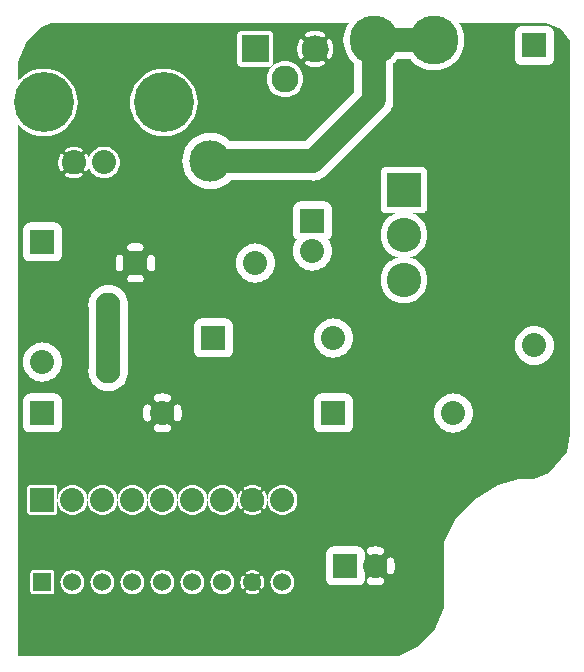
<source format=gtl>
G04 start of page 2 for group 3 layer_idx 0 *
G04 Title: (unknown), top_copper *
G04 Creator: pcb-rnd 1.2.4 *
G04 CreationDate: 2017-09-22 19:00:37 UTC *
G04 For:  *
G04 Format: Gerber/RS-274X *
G04 PCB-Dimensions: 600000 500000 *
G04 PCB-Coordinate-Origin: lower left *
%MOIN*%
%FSLAX25Y25*%
%LNTOP*%
%ADD26C,0.0320*%
%ADD25C,0.0790*%
%ADD24C,0.0400*%
%ADD23C,0.0420*%
%ADD22C,0.0730*%
%ADD21C,0.0394*%
%ADD20C,0.0472*%
%ADD19C,0.1378*%
%ADD18C,0.0828*%
%ADD17C,0.2000*%
%ADD16C,0.1630*%
%ADD15C,0.0900*%
%ADD14C,0.0600*%
%ADD13C,0.1150*%
%ADD12C,0.0800*%
%ADD11C,0.0001*%
G54D11*G36*
X405490Y386660D02*X409500D01*
X414500Y384660D01*
X417500Y380660D01*
Y249660D01*
X416500Y243660D01*
X410500Y236660D01*
X405500Y234660D01*
X405490D01*
Y272641D01*
X405500Y272640D01*
X406520Y272720D01*
X407515Y272959D01*
X408460Y273351D01*
X409332Y273885D01*
X410110Y274550D01*
X410775Y275328D01*
X411309Y276200D01*
X411701Y277145D01*
X411940Y278140D01*
X412000Y279160D01*
X411940Y280180D01*
X411701Y281175D01*
X411309Y282120D01*
X410775Y282992D01*
X410110Y283770D01*
X409332Y284435D01*
X408460Y284969D01*
X407515Y285361D01*
X406520Y285600D01*
X405500Y285680D01*
X405490Y285679D01*
Y372660D01*
X409500D01*
X409892Y372683D01*
X410275Y372775D01*
X410638Y372926D01*
X410974Y373131D01*
X411273Y373387D01*
X411529Y373686D01*
X411734Y374022D01*
X411885Y374385D01*
X411977Y374768D01*
X412000Y375160D01*
Y383160D01*
X411977Y383552D01*
X411885Y383935D01*
X411734Y384298D01*
X411529Y384634D01*
X411273Y384933D01*
X410974Y385189D01*
X410638Y385394D01*
X410275Y385545D01*
X409892Y385637D01*
X409500Y385660D01*
X405490D01*
Y386660D01*
G37*
G36*
X378490Y373195D02*X379199Y373801D01*
X380237Y375016D01*
X381072Y376378D01*
X381683Y377854D01*
X382056Y379407D01*
X382150Y381000D01*
X382056Y382593D01*
X381683Y384146D01*
X381072Y385622D01*
X380436Y386660D01*
X405490D01*
Y385660D01*
X401500D01*
X401108Y385637D01*
X400725Y385545D01*
X400362Y385394D01*
X400026Y385189D01*
X399727Y384933D01*
X399471Y384634D01*
X399266Y384298D01*
X399115Y383935D01*
X399023Y383552D01*
X399000Y383160D01*
Y375160D01*
X399023Y374768D01*
X399115Y374385D01*
X399266Y374022D01*
X399471Y373686D01*
X399727Y373387D01*
X400026Y373131D01*
X400362Y372926D01*
X400725Y372775D01*
X401108Y372683D01*
X401500Y372660D01*
X405490D01*
Y285679D01*
X404480Y285600D01*
X403485Y285361D01*
X402540Y284969D01*
X401668Y284435D01*
X400890Y283770D01*
X400225Y282992D01*
X399691Y282120D01*
X399299Y281175D01*
X399060Y280180D01*
X398980Y279160D01*
X399060Y278140D01*
X399299Y277145D01*
X399691Y276200D01*
X400225Y275328D01*
X400890Y274550D01*
X401668Y273885D01*
X402540Y273351D01*
X403485Y272959D01*
X404480Y272720D01*
X405490Y272641D01*
Y234660D01*
X400500D01*
X393500Y232660D01*
X385500Y227660D01*
X379500Y221660D01*
X378490Y219640D01*
Y250141D01*
X378500Y250140D01*
X379520Y250220D01*
X380515Y250459D01*
X381460Y250851D01*
X382332Y251385D01*
X383110Y252050D01*
X383775Y252828D01*
X384309Y253700D01*
X384701Y254645D01*
X384940Y255640D01*
X385000Y256660D01*
X384940Y257680D01*
X384701Y258675D01*
X384309Y259620D01*
X383775Y260492D01*
X383110Y261270D01*
X382332Y261935D01*
X381460Y262469D01*
X380515Y262861D01*
X379520Y263100D01*
X378500Y263180D01*
X378490Y263179D01*
Y373195D01*
G37*
G36*
X357622Y309594D02*X358471Y309073D01*
X359598Y308607D01*
X360042Y308500D01*
X359598Y308393D01*
X358471Y307927D01*
X357622Y307406D01*
Y309594D01*
G37*
G36*
Y323250D02*X359251D01*
X358471Y322927D01*
X357622Y322406D01*
Y323250D01*
G37*
G36*
Y357734D02*X357809Y358040D01*
X358201Y358985D01*
X358440Y359980D01*
X358520Y361000D01*
X358500Y361255D01*
Y373203D01*
X359199Y373801D01*
X359797Y374500D01*
X364203D01*
X364801Y373801D01*
X366016Y372763D01*
X367378Y371928D01*
X368854Y371317D01*
X370407Y370944D01*
X372000Y370819D01*
X373593Y370944D01*
X375146Y371317D01*
X376622Y371928D01*
X377984Y372763D01*
X378490Y373195D01*
Y263179D01*
X377480Y263100D01*
X376485Y262861D01*
X375540Y262469D01*
X374668Y261935D01*
X373890Y261270D01*
X373225Y260492D01*
X372691Y259620D01*
X372299Y258675D01*
X372060Y257680D01*
X371980Y256660D01*
X372060Y255640D01*
X372299Y254645D01*
X372691Y253700D01*
X373225Y252828D01*
X373890Y252050D01*
X374668Y251385D01*
X375540Y250851D01*
X376485Y250459D01*
X377480Y250220D01*
X378490Y250141D01*
Y219640D01*
X375500Y213660D01*
Y191660D01*
X372500Y184660D01*
X366500Y178660D01*
X360500Y175660D01*
X357622D01*
Y202818D01*
X357703Y202825D01*
X357894Y202872D01*
X358076Y202948D01*
X358243Y203052D01*
X358392Y203180D01*
X358519Y203330D01*
X358621Y203499D01*
X358692Y203682D01*
X358848Y204235D01*
X358949Y204800D01*
X359000Y205373D01*
Y205947D01*
X358949Y206520D01*
X358848Y207085D01*
X358698Y207640D01*
X358625Y207823D01*
X358522Y207992D01*
X358395Y208143D01*
X358245Y208271D01*
X358078Y208375D01*
X357896Y208452D01*
X357704Y208499D01*
X357622Y208506D01*
Y294594D01*
X358471Y294073D01*
X359598Y293607D01*
X360784Y293322D01*
X362000Y293226D01*
X363216Y293322D01*
X364402Y293607D01*
X365529Y294073D01*
X366569Y294711D01*
X367497Y295503D01*
X368289Y296431D01*
X368927Y297471D01*
X369393Y298598D01*
X369678Y299784D01*
X369750Y301000D01*
X369678Y302216D01*
X369393Y303402D01*
X368927Y304529D01*
X368289Y305569D01*
X367497Y306497D01*
X366569Y307289D01*
X365529Y307927D01*
X364402Y308393D01*
X363958Y308500D01*
X364402Y308607D01*
X365529Y309073D01*
X366569Y309711D01*
X367497Y310503D01*
X368289Y311431D01*
X368927Y312471D01*
X369393Y313598D01*
X369678Y314784D01*
X369750Y316000D01*
X369678Y317216D01*
X369393Y318402D01*
X368927Y319529D01*
X368289Y320569D01*
X367497Y321497D01*
X366569Y322289D01*
X365529Y322927D01*
X364749Y323250D01*
X367750D01*
X368064Y323269D01*
X368370Y323342D01*
X368661Y323462D01*
X368929Y323627D01*
X369169Y323831D01*
X369373Y324071D01*
X369538Y324339D01*
X369658Y324630D01*
X369731Y324936D01*
X369750Y325250D01*
Y336750D01*
X369731Y337064D01*
X369658Y337370D01*
X369538Y337661D01*
X369373Y337929D01*
X369169Y338169D01*
X368929Y338373D01*
X368661Y338538D01*
X368370Y338658D01*
X368064Y338731D01*
X367750Y338750D01*
X357622D01*
Y357734D01*
G37*
G36*
X352502Y352310D02*X356416Y356224D01*
X356610Y356390D01*
X357275Y357168D01*
X357622Y357734D01*
Y338750D01*
X356250D01*
X355936Y338731D01*
X355630Y338658D01*
X355339Y338538D01*
X355071Y338373D01*
X354831Y338169D01*
X354627Y337929D01*
X354462Y337661D01*
X354342Y337370D01*
X354269Y337064D01*
X354250Y336750D01*
Y325250D01*
X354269Y324936D01*
X354342Y324630D01*
X354462Y324339D01*
X354627Y324071D01*
X354831Y323831D01*
X355071Y323627D01*
X355339Y323462D01*
X355630Y323342D01*
X355936Y323269D01*
X356250Y323250D01*
X357622D01*
Y322406D01*
X357431Y322289D01*
X356503Y321497D01*
X355711Y320569D01*
X355073Y319529D01*
X354607Y318402D01*
X354322Y317216D01*
X354226Y316000D01*
X354322Y314784D01*
X354607Y313598D01*
X355073Y312471D01*
X355711Y311431D01*
X356503Y310503D01*
X357431Y309711D01*
X357622Y309594D01*
Y307406D01*
X357431Y307289D01*
X356503Y306497D01*
X355711Y305569D01*
X355073Y304529D01*
X354607Y303402D01*
X354322Y302216D01*
X354226Y301000D01*
X354322Y299784D01*
X354607Y298598D01*
X355073Y297471D01*
X355711Y296431D01*
X356503Y295503D01*
X357431Y294711D01*
X357622Y294594D01*
Y208506D01*
X357507Y208515D01*
X357310Y208501D01*
X357118Y208456D01*
X356936Y208381D01*
X356767Y208279D01*
X356616Y208151D01*
X356487Y208002D01*
X356383Y207834D01*
X356307Y207652D01*
X356260Y207461D01*
X356243Y207264D01*
X356258Y207067D01*
X356307Y206876D01*
X356403Y206536D01*
X356465Y206189D01*
X356496Y205837D01*
Y205483D01*
X356465Y205131D01*
X356403Y204784D01*
X356310Y204443D01*
X356262Y204252D01*
X356247Y204056D01*
X356264Y203860D01*
X356310Y203669D01*
X356387Y203488D01*
X356490Y203320D01*
X356619Y203171D01*
X356769Y203044D01*
X356937Y202942D01*
X357119Y202868D01*
X357311Y202823D01*
X357507Y202809D01*
X357622Y202818D01*
Y175660D01*
X352502D01*
Y199160D01*
X352787D01*
X353360Y199211D01*
X353925Y199312D01*
X354480Y199462D01*
X354663Y199535D01*
X354832Y199638D01*
X354983Y199765D01*
X355111Y199915D01*
X355215Y200082D01*
X355292Y200264D01*
X355339Y200456D01*
X355355Y200653D01*
X355341Y200850D01*
X355296Y201042D01*
X355221Y201224D01*
X355119Y201393D01*
X354991Y201544D01*
X354842Y201673D01*
X354674Y201777D01*
X354492Y201853D01*
X354301Y201900D01*
X354104Y201917D01*
X353907Y201902D01*
X353716Y201853D01*
X353376Y201757D01*
X353029Y201695D01*
X352677Y201664D01*
X352502D01*
Y209656D01*
X352677D01*
X353029Y209625D01*
X353376Y209563D01*
X353717Y209470D01*
X353908Y209422D01*
X354104Y209407D01*
X354300Y209424D01*
X354491Y209470D01*
X354672Y209547D01*
X354840Y209650D01*
X354989Y209779D01*
X355116Y209929D01*
X355218Y210097D01*
X355292Y210279D01*
X355337Y210471D01*
X355351Y210667D01*
X355335Y210863D01*
X355288Y211054D01*
X355212Y211236D01*
X355108Y211403D01*
X354980Y211552D01*
X354830Y211679D01*
X354661Y211781D01*
X354478Y211852D01*
X353925Y212008D01*
X353360Y212109D01*
X352787Y212160D01*
X352502D01*
Y352310D01*
G37*
G36*
X338490Y338298D02*X352502Y352310D01*
Y212160D01*
X352213D01*
X351640Y212109D01*
X351075Y212008D01*
X350520Y211858D01*
X350337Y211785D01*
X350168Y211682D01*
X350017Y211555D01*
X349889Y211405D01*
X349785Y211238D01*
X349708Y211056D01*
X349661Y210864D01*
X349645Y210667D01*
X349659Y210470D01*
X349704Y210278D01*
X349779Y210096D01*
X349881Y209927D01*
X350009Y209776D01*
X350158Y209647D01*
X350326Y209543D01*
X350508Y209467D01*
X350699Y209420D01*
X350896Y209403D01*
X351093Y209418D01*
X351284Y209467D01*
X351624Y209563D01*
X351971Y209625D01*
X352323Y209656D01*
X352502D01*
Y201664D01*
X352323D01*
X351971Y201695D01*
X351624Y201757D01*
X351283Y201850D01*
X351092Y201898D01*
X350896Y201913D01*
X350700Y201896D01*
X350509Y201850D01*
X350328Y201773D01*
X350160Y201670D01*
X350011Y201541D01*
X349884Y201391D01*
X349782Y201223D01*
X349708Y201041D01*
X349663Y200849D01*
X349649Y200653D01*
X349665Y200457D01*
X349712Y200266D01*
X349788Y200084D01*
X349892Y199917D01*
X350020Y199768D01*
X350170Y199641D01*
X350339Y199539D01*
X350522Y199468D01*
X351075Y199312D01*
X351640Y199211D01*
X352213Y199160D01*
X352502D01*
Y175660D01*
X338490D01*
Y199161D01*
X338500Y199160D01*
X346500D01*
X346892Y199183D01*
X347275Y199275D01*
X347638Y199426D01*
X347974Y199631D01*
X348273Y199887D01*
X348529Y200186D01*
X348734Y200522D01*
X348885Y200885D01*
X348977Y201268D01*
X349000Y201660D01*
Y209660D01*
X348977Y210052D01*
X348885Y210435D01*
X348734Y210798D01*
X348529Y211134D01*
X348273Y211433D01*
X347974Y211689D01*
X347638Y211894D01*
X347275Y212045D01*
X346892Y212137D01*
X346500Y212160D01*
X338500D01*
X338490Y212159D01*
Y250160D01*
X342500D01*
X342892Y250183D01*
X343275Y250275D01*
X343638Y250426D01*
X343974Y250631D01*
X344273Y250887D01*
X344529Y251186D01*
X344734Y251522D01*
X344885Y251885D01*
X344977Y252268D01*
X345000Y252660D01*
Y260660D01*
X344977Y261052D01*
X344885Y261435D01*
X344734Y261798D01*
X344529Y262134D01*
X344273Y262433D01*
X343974Y262689D01*
X343638Y262894D01*
X343275Y263045D01*
X342892Y263137D01*
X342500Y263160D01*
X338490D01*
Y275141D01*
X338500Y275140D01*
X339520Y275220D01*
X340515Y275459D01*
X341460Y275851D01*
X342332Y276385D01*
X343110Y277050D01*
X343775Y277828D01*
X344309Y278700D01*
X344701Y279645D01*
X344940Y280640D01*
X345000Y281660D01*
X344940Y282680D01*
X344701Y283675D01*
X344309Y284620D01*
X343775Y285492D01*
X343110Y286270D01*
X342332Y286935D01*
X341460Y287469D01*
X340515Y287861D01*
X339520Y288100D01*
X338500Y288180D01*
X338490Y288179D01*
Y338298D01*
G37*
G36*
Y386660D02*X343564D01*
X342928Y385622D01*
X342317Y384146D01*
X341944Y382593D01*
X341819Y381000D01*
X341944Y379407D01*
X342317Y377854D01*
X342928Y376378D01*
X343763Y375016D01*
X344801Y373801D01*
X345500Y373204D01*
Y363692D01*
X338490Y356682D01*
Y386660D01*
G37*
G36*
X331490Y334153D02*X331660Y334140D01*
X332680Y334220D01*
X332680Y334220D01*
X333675Y334459D01*
X334620Y334851D01*
X335492Y335385D01*
X336270Y336050D01*
X336436Y336244D01*
X338490Y338298D01*
Y288179D01*
X337480Y288100D01*
X336485Y287861D01*
X335540Y287469D01*
X334668Y286935D01*
X333890Y286270D01*
X333225Y285492D01*
X332691Y284620D01*
X332299Y283675D01*
X332060Y282680D01*
X331980Y281660D01*
X332060Y280640D01*
X332299Y279645D01*
X332691Y278700D01*
X333225Y277828D01*
X333890Y277050D01*
X334668Y276385D01*
X335540Y275851D01*
X336485Y275459D01*
X337480Y275220D01*
X338490Y275141D01*
Y263160D01*
X334500D01*
X334108Y263137D01*
X333725Y263045D01*
X333362Y262894D01*
X333026Y262689D01*
X332727Y262433D01*
X332471Y262134D01*
X332266Y261798D01*
X332115Y261435D01*
X332023Y261052D01*
X332000Y260660D01*
Y252660D01*
X332023Y252268D01*
X332115Y251885D01*
X332266Y251522D01*
X332471Y251186D01*
X332727Y250887D01*
X333026Y250631D01*
X333362Y250426D01*
X333725Y250275D01*
X334108Y250183D01*
X334500Y250160D01*
X338490D01*
Y212159D01*
X338108Y212137D01*
X337725Y212045D01*
X337362Y211894D01*
X337026Y211689D01*
X336727Y211433D01*
X336471Y211134D01*
X336266Y210798D01*
X336115Y210435D01*
X336023Y210052D01*
X336000Y209660D01*
Y201660D01*
X336023Y201268D01*
X336115Y200885D01*
X336266Y200522D01*
X336471Y200186D01*
X336727Y199887D01*
X337026Y199631D01*
X337362Y199426D01*
X337725Y199275D01*
X338108Y199183D01*
X338490Y199161D01*
Y175660D01*
X331490D01*
Y304141D01*
X331500Y304140D01*
X332520Y304220D01*
X333515Y304459D01*
X334460Y304851D01*
X335332Y305385D01*
X336110Y306050D01*
X336775Y306828D01*
X337309Y307700D01*
X337701Y308645D01*
X337940Y309640D01*
X338000Y310660D01*
X337940Y311680D01*
X337701Y312675D01*
X337309Y313620D01*
X336775Y314492D01*
X336765Y314503D01*
X336974Y314631D01*
X337273Y314887D01*
X337529Y315186D01*
X337734Y315522D01*
X337885Y315885D01*
X337977Y316268D01*
X338000Y316660D01*
Y324660D01*
X337977Y325052D01*
X337885Y325435D01*
X337734Y325798D01*
X337529Y326134D01*
X337273Y326433D01*
X336974Y326689D01*
X336638Y326894D01*
X336275Y327045D01*
X335892Y327137D01*
X335500Y327160D01*
X331490D01*
Y334153D01*
G37*
G36*
X337313Y386660D02*X338490D01*
Y356682D01*
X337313Y355505D01*
Y374802D01*
X337317Y374804D01*
X337420Y374863D01*
X337512Y374937D01*
X337591Y375025D01*
X337653Y375125D01*
X337898Y375612D01*
X338092Y376122D01*
X338239Y376647D01*
X338337Y377184D01*
X338387Y377727D01*
Y378272D01*
X338337Y378816D01*
X338239Y379352D01*
X338092Y379877D01*
X337898Y380387D01*
X337659Y380877D01*
X337595Y380977D01*
X337515Y381065D01*
X337422Y381140D01*
X337319Y381199D01*
X337313Y381202D01*
Y386660D01*
G37*
G36*
X331490D02*X337313D01*
Y381202D01*
X337208Y381241D01*
X337092Y381266D01*
X336973Y381272D01*
X336855Y381259D01*
X336741Y381228D01*
X336632Y381179D01*
X336533Y381115D01*
X336445Y381035D01*
X336370Y380942D01*
X336311Y380839D01*
X336269Y380728D01*
X336244Y380612D01*
X336238Y380494D01*
X336251Y380375D01*
X336282Y380261D01*
X336333Y380153D01*
X336516Y379788D01*
X336661Y379406D01*
X336771Y379013D01*
X336845Y378611D01*
X336882Y378204D01*
Y377795D01*
X336845Y377388D01*
X336771Y376986D01*
X336661Y376593D01*
X336516Y376211D01*
X336337Y375843D01*
X336286Y375737D01*
X336256Y375623D01*
X336243Y375505D01*
X336249Y375388D01*
X336273Y375272D01*
X336315Y375162D01*
X336374Y375059D01*
X336448Y374967D01*
X336536Y374888D01*
X336635Y374824D01*
X336742Y374775D01*
X336856Y374745D01*
X336974Y374732D01*
X337092Y374738D01*
X337207Y374762D01*
X337313Y374802D01*
Y355505D01*
X331490Y349682D01*
Y372064D01*
X331571Y372049D01*
X332114Y372000D01*
X332660D01*
X333203Y372049D01*
X333739Y372148D01*
X334265Y372294D01*
X334775Y372488D01*
X335265Y372728D01*
X335365Y372792D01*
X335453Y372872D01*
X335527Y372964D01*
X335586Y373067D01*
X335629Y373178D01*
X335653Y373294D01*
X335659Y373413D01*
X335646Y373531D01*
X335615Y373646D01*
X335567Y373754D01*
X335502Y373854D01*
X335422Y373942D01*
X335330Y374016D01*
X335227Y374075D01*
X335116Y374118D01*
X335000Y374142D01*
X334881Y374148D01*
X334763Y374135D01*
X334648Y374104D01*
X334541Y374054D01*
X334176Y373870D01*
X333794Y373725D01*
X333400Y373615D01*
X332998Y373541D01*
X332591Y373504D01*
X332183D01*
X331776Y373541D01*
X331490Y373594D01*
Y382405D01*
X331776Y382458D01*
X332183Y382495D01*
X332591D01*
X332998Y382458D01*
X333400Y382384D01*
X333794Y382274D01*
X334176Y382129D01*
X334543Y381949D01*
X334650Y381899D01*
X334764Y381868D01*
X334881Y381856D01*
X334999Y381862D01*
X335114Y381886D01*
X335225Y381928D01*
X335327Y381987D01*
X335419Y382061D01*
X335498Y382148D01*
X335563Y382247D01*
X335611Y382355D01*
X335642Y382469D01*
X335654Y382586D01*
X335649Y382704D01*
X335624Y382820D01*
X335582Y382930D01*
X335523Y383032D01*
X335449Y383124D01*
X335362Y383203D01*
X335262Y383266D01*
X334775Y383511D01*
X334265Y383705D01*
X333739Y383851D01*
X333203Y383950D01*
X332660Y384000D01*
X332114D01*
X331571Y383950D01*
X331490Y383935D01*
Y386660D01*
G37*
G36*
X321495Y334160D02*X331405D01*
X331490Y334153D01*
Y327160D01*
X327500D01*
X327108Y327137D01*
X326725Y327045D01*
X326362Y326894D01*
X326026Y326689D01*
X325727Y326433D01*
X325471Y326134D01*
X325266Y325798D01*
X325115Y325435D01*
X325023Y325052D01*
X325000Y324660D01*
Y316660D01*
X325023Y316268D01*
X325115Y315885D01*
X325266Y315522D01*
X325471Y315186D01*
X325727Y314887D01*
X326026Y314631D01*
X326235Y314503D01*
X326225Y314492D01*
X325691Y313620D01*
X325299Y312675D01*
X325060Y311680D01*
X324980Y310660D01*
X325060Y309640D01*
X325299Y308645D01*
X325691Y307700D01*
X326225Y306828D01*
X326890Y306050D01*
X327668Y305385D01*
X328540Y304851D01*
X329485Y304459D01*
X330480Y304220D01*
X331490Y304141D01*
Y175660D01*
X321495D01*
Y196261D01*
X321501Y196261D01*
X322129Y196310D01*
X322741Y196457D01*
X323323Y196698D01*
X323860Y197027D01*
X324338Y197436D01*
X324747Y197915D01*
X325076Y198452D01*
X325317Y199033D01*
X325464Y199645D01*
X325501Y200273D01*
X325464Y200901D01*
X325317Y201513D01*
X325076Y202095D01*
X324747Y202632D01*
X324338Y203110D01*
X323860Y203519D01*
X323323Y203848D01*
X322741Y204089D01*
X322129Y204236D01*
X321501Y204285D01*
X321495Y204285D01*
Y222645D01*
X321500Y222645D01*
X322285Y222706D01*
X323050Y222890D01*
X323777Y223191D01*
X324448Y223602D01*
X325046Y224114D01*
X325558Y224712D01*
X325969Y225383D01*
X326270Y226110D01*
X326454Y226875D01*
X326500Y227660D01*
X326454Y228445D01*
X326270Y229210D01*
X325969Y229937D01*
X325558Y230608D01*
X325046Y231206D01*
X324448Y231718D01*
X323777Y232129D01*
X323050Y232430D01*
X322285Y232614D01*
X321500Y232675D01*
X321495Y232675D01*
Y334160D01*
G37*
G36*
X314785D02*X321495D01*
Y232675D01*
X320715Y232614D01*
X319950Y232430D01*
X319223Y232129D01*
X318552Y231718D01*
X317954Y231206D01*
X317442Y230608D01*
X317031Y229937D01*
X316730Y229210D01*
X316546Y228445D01*
X316498Y227827D01*
X316483Y228129D01*
X316418Y228594D01*
X316308Y229051D01*
X316157Y229495D01*
X315964Y229924D01*
X315732Y230332D01*
X315685Y230396D01*
X315628Y230452D01*
X315564Y230497D01*
X315492Y230532D01*
X315417Y230556D01*
X315338Y230567D01*
X315259Y230566D01*
X315180Y230553D01*
X315105Y230527D01*
X315035Y230490D01*
X314971Y230443D01*
X314916Y230386D01*
X314870Y230321D01*
X314835Y230250D01*
X314812Y230174D01*
X314800Y230095D01*
X314801Y230016D01*
X314815Y229938D01*
X314840Y229863D01*
X314879Y229793D01*
X315068Y229469D01*
X315221Y229127D01*
X315342Y228772D01*
X315430Y228406D01*
X315482Y228035D01*
X315500Y227660D01*
X315482Y227285D01*
X315430Y226914D01*
X315342Y226548D01*
X315221Y226193D01*
X315068Y225851D01*
X314882Y225525D01*
X314844Y225456D01*
X314819Y225381D01*
X314806Y225304D01*
X314805Y225225D01*
X314816Y225147D01*
X314839Y225072D01*
X314874Y225001D01*
X314919Y224937D01*
X314974Y224881D01*
X315037Y224833D01*
X315107Y224797D01*
X315181Y224772D01*
X315259Y224758D01*
X315338Y224757D01*
X315416Y224768D01*
X315491Y224792D01*
X315561Y224826D01*
X315626Y224872D01*
X315682Y224927D01*
X315728Y224991D01*
X315964Y225396D01*
X316157Y225825D01*
X316308Y226269D01*
X316418Y226726D01*
X316483Y227191D01*
X316498Y227493D01*
X316546Y226875D01*
X316730Y226110D01*
X317031Y225383D01*
X317442Y224712D01*
X317954Y224114D01*
X318552Y223602D01*
X319223Y223191D01*
X319950Y222890D01*
X320715Y222706D01*
X321495Y222645D01*
Y204285D01*
X320873Y204236D01*
X320261Y204089D01*
X319680Y203848D01*
X319143Y203519D01*
X318664Y203110D01*
X318255Y202632D01*
X317926Y202095D01*
X317685Y201513D01*
X317538Y200901D01*
X317489Y200273D01*
X317538Y199645D01*
X317685Y199033D01*
X317926Y198452D01*
X318255Y197915D01*
X318664Y197436D01*
X319143Y197027D01*
X319680Y196698D01*
X320261Y196457D01*
X320873Y196310D01*
X321495Y196261D01*
Y175660D01*
X314785D01*
Y198142D01*
X314788Y198143D01*
X314856Y198182D01*
X314918Y198232D01*
X314970Y198290D01*
X315012Y198357D01*
X315175Y198681D01*
X315305Y199021D01*
X315402Y199371D01*
X315468Y199729D01*
X315501Y200091D01*
Y200455D01*
X315468Y200817D01*
X315402Y201175D01*
X315305Y201525D01*
X315175Y201865D01*
X315016Y202192D01*
X314973Y202258D01*
X314920Y202317D01*
X314858Y202367D01*
X314789Y202406D01*
X314785Y202408D01*
Y300571D01*
X315460Y300851D01*
X316332Y301385D01*
X317110Y302050D01*
X317775Y302828D01*
X318309Y303700D01*
X318701Y304645D01*
X318940Y305640D01*
X319000Y306660D01*
X318940Y307680D01*
X318701Y308675D01*
X318309Y309620D01*
X317775Y310492D01*
X317110Y311270D01*
X316332Y311935D01*
X315460Y312469D01*
X314785Y312749D01*
Y334160D01*
G37*
G36*
Y175660D02*X312490D01*
Y196396D01*
X312753Y196470D01*
X313093Y196599D01*
X313420Y196759D01*
X313486Y196801D01*
X313545Y196855D01*
X313595Y196916D01*
X313634Y196985D01*
X313662Y197059D01*
X313679Y197136D01*
X313683Y197215D01*
X313674Y197294D01*
X313653Y197371D01*
X313621Y197443D01*
X313578Y197509D01*
X313525Y197568D01*
X313463Y197618D01*
X313394Y197657D01*
X313320Y197685D01*
X313243Y197702D01*
X313164Y197706D01*
X313085Y197697D01*
X313009Y197676D01*
X312937Y197643D01*
X312694Y197520D01*
X312490Y197443D01*
Y203103D01*
X312694Y203026D01*
X312939Y202906D01*
X313010Y202873D01*
X313086Y202852D01*
X313164Y202844D01*
X313242Y202848D01*
X313319Y202864D01*
X313393Y202892D01*
X313461Y202931D01*
X313523Y202981D01*
X313575Y203039D01*
X313618Y203105D01*
X313651Y203177D01*
X313671Y203253D01*
X313679Y203331D01*
X313676Y203410D01*
X313659Y203487D01*
X313631Y203560D01*
X313592Y203628D01*
X313543Y203690D01*
X313484Y203742D01*
X313418Y203784D01*
X313093Y203947D01*
X312753Y204077D01*
X312490Y204150D01*
Y222756D01*
X312891Y222852D01*
X313335Y223003D01*
X313764Y223196D01*
X314172Y223428D01*
X314236Y223475D01*
X314292Y223532D01*
X314337Y223596D01*
X314372Y223668D01*
X314396Y223743D01*
X314407Y223822D01*
X314406Y223901D01*
X314393Y223980D01*
X314367Y224055D01*
X314330Y224125D01*
X314283Y224189D01*
X314226Y224244D01*
X314161Y224290D01*
X314090Y224325D01*
X314014Y224348D01*
X313935Y224360D01*
X313856Y224359D01*
X313778Y224345D01*
X313703Y224320D01*
X313633Y224281D01*
X313309Y224092D01*
X312967Y223939D01*
X312612Y223818D01*
X312490Y223788D01*
Y231532D01*
X312612Y231502D01*
X312967Y231381D01*
X313309Y231228D01*
X313635Y231042D01*
X313704Y231004D01*
X313779Y230979D01*
X313856Y230966D01*
X313935Y230965D01*
X314013Y230976D01*
X314088Y230999D01*
X314159Y231034D01*
X314223Y231079D01*
X314279Y231134D01*
X314327Y231197D01*
X314363Y231267D01*
X314388Y231341D01*
X314402Y231419D01*
X314403Y231498D01*
X314392Y231576D01*
X314368Y231651D01*
X314334Y231721D01*
X314288Y231786D01*
X314233Y231842D01*
X314169Y231888D01*
X313764Y232124D01*
X313335Y232317D01*
X312891Y232468D01*
X312490Y232564D01*
Y300141D01*
X312500Y300140D01*
X313520Y300220D01*
X314515Y300459D01*
X314785Y300571D01*
Y202408D01*
X314715Y202434D01*
X314638Y202451D01*
X314559Y202455D01*
X314480Y202446D01*
X314404Y202425D01*
X314331Y202393D01*
X314265Y202350D01*
X314206Y202297D01*
X314157Y202235D01*
X314117Y202166D01*
X314089Y202092D01*
X314073Y202015D01*
X314069Y201936D01*
X314077Y201857D01*
X314098Y201781D01*
X314132Y201709D01*
X314254Y201466D01*
X314351Y201211D01*
X314424Y200949D01*
X314473Y200681D01*
X314498Y200409D01*
Y200137D01*
X314473Y199866D01*
X314424Y199598D01*
X314351Y199335D01*
X314254Y199081D01*
X314134Y198836D01*
X314101Y198765D01*
X314080Y198689D01*
X314072Y198610D01*
X314076Y198532D01*
X314092Y198455D01*
X314120Y198381D01*
X314159Y198313D01*
X314209Y198252D01*
X314267Y198199D01*
X314333Y198156D01*
X314405Y198124D01*
X314481Y198103D01*
X314559Y198095D01*
X314638Y198099D01*
X314715Y198115D01*
X314785Y198142D01*
Y175660D01*
G37*
G36*
X312490Y334160D02*X314785D01*
Y312749D01*
X314515Y312861D01*
X313520Y313100D01*
X312500Y313180D01*
X312490Y313179D01*
Y334160D01*
G37*
G36*
X327461Y386660D02*X331490D01*
Y383935D01*
X331034Y383851D01*
X330509Y383705D01*
X329999Y383511D01*
X329509Y383271D01*
X329409Y383207D01*
X329321Y383127D01*
X329247Y383035D01*
X329187Y382932D01*
X329145Y382821D01*
X329121Y382705D01*
X329115Y382586D01*
X329127Y382468D01*
X329158Y382353D01*
X329207Y382245D01*
X329272Y382145D01*
X329352Y382057D01*
X329444Y381983D01*
X329547Y381924D01*
X329658Y381881D01*
X329774Y381857D01*
X329893Y381851D01*
X330011Y381864D01*
X330126Y381895D01*
X330233Y381945D01*
X330598Y382129D01*
X330980Y382274D01*
X331374Y382384D01*
X331490Y382405D01*
Y373594D01*
X331374Y373615D01*
X330980Y373725D01*
X330598Y373870D01*
X330231Y374050D01*
X330124Y374100D01*
X330010Y374131D01*
X329893Y374143D01*
X329775Y374138D01*
X329659Y374113D01*
X329549Y374071D01*
X329447Y374012D01*
X329355Y373938D01*
X329276Y373851D01*
X329211Y373752D01*
X329163Y373644D01*
X329132Y373530D01*
X329119Y373413D01*
X329125Y373295D01*
X329150Y373179D01*
X329192Y373069D01*
X329250Y372967D01*
X329325Y372875D01*
X329412Y372796D01*
X329512Y372733D01*
X329999Y372488D01*
X330509Y372294D01*
X331034Y372148D01*
X331490Y372064D01*
Y349682D01*
X328968Y347160D01*
X327461D01*
Y364797D01*
X327749Y365267D01*
X328111Y366140D01*
X328331Y367058D01*
X328387Y368000D01*
X328331Y368941D01*
X328111Y369859D01*
X327749Y370732D01*
X327461Y371202D01*
Y374797D01*
X327565Y374758D01*
X327682Y374733D01*
X327800Y374727D01*
X327918Y374740D01*
X328033Y374771D01*
X328142Y374820D01*
X328241Y374885D01*
X328329Y374964D01*
X328404Y375057D01*
X328463Y375160D01*
X328505Y375271D01*
X328530Y375387D01*
X328535Y375506D01*
X328523Y375624D01*
X328492Y375738D01*
X328441Y375846D01*
X328258Y376211D01*
X328112Y376593D01*
X328002Y376986D01*
X327929Y377388D01*
X327892Y377795D01*
Y378204D01*
X327929Y378611D01*
X328002Y379013D01*
X328112Y379406D01*
X328258Y379788D01*
X328437Y380156D01*
X328487Y380262D01*
X328518Y380376D01*
X328531Y380494D01*
X328525Y380612D01*
X328501Y380727D01*
X328459Y380837D01*
X328400Y380940D01*
X328326Y381032D01*
X328238Y381111D01*
X328139Y381175D01*
X328032Y381224D01*
X327918Y381254D01*
X327800Y381267D01*
X327682Y381261D01*
X327567Y381237D01*
X327461Y381197D01*
Y386660D01*
G37*
G36*
Y347160D02*X322378D01*
Y361982D01*
X322387Y361981D01*
X323328Y362055D01*
X324247Y362276D01*
X325119Y362637D01*
X325924Y363130D01*
X326643Y363744D01*
X327256Y364462D01*
X327461Y364797D01*
Y347160D01*
G37*
G36*
X322378Y386660D02*X327461D01*
Y381197D01*
X327456Y381195D01*
X327354Y381136D01*
X327262Y381062D01*
X327183Y380974D01*
X327121Y380874D01*
X326876Y380387D01*
X326682Y379877D01*
X326535Y379352D01*
X326436Y378816D01*
X326387Y378272D01*
Y377727D01*
X326436Y377184D01*
X326535Y376647D01*
X326682Y376122D01*
X326876Y375612D01*
X327115Y375122D01*
X327179Y375022D01*
X327259Y374934D01*
X327351Y374859D01*
X327454Y374800D01*
X327461Y374797D01*
Y371202D01*
X327256Y371537D01*
X326643Y372255D01*
X325924Y372869D01*
X325119Y373362D01*
X324247Y373723D01*
X323328Y373944D01*
X322387Y374018D01*
X322378Y374017D01*
Y386660D01*
G37*
G36*
X312490D02*X322378D01*
Y374017D01*
X321445Y373944D01*
X320527Y373723D01*
X319655Y373362D01*
X318849Y372869D01*
X318131Y372255D01*
X317518Y371537D01*
X317024Y370732D01*
X316663Y369859D01*
X316442Y368941D01*
X316368Y368000D01*
X316442Y367058D01*
X316663Y366140D01*
X317024Y365267D01*
X317518Y364462D01*
X318131Y363744D01*
X318849Y363130D01*
X319655Y362637D01*
X320527Y362276D01*
X321445Y362055D01*
X322378Y361982D01*
Y347160D01*
X312490D01*
Y372000D01*
X316887D01*
X317122Y372013D01*
X317352Y372069D01*
X317570Y372159D01*
X317771Y372282D01*
X317951Y372436D01*
X318104Y372615D01*
X318228Y372816D01*
X318318Y373035D01*
X318373Y373264D01*
X318387Y373500D01*
Y382500D01*
X318373Y382735D01*
X318318Y382964D01*
X318228Y383183D01*
X318104Y383384D01*
X317951Y383563D01*
X317771Y383717D01*
X317570Y383840D01*
X317352Y383931D01*
X317122Y383986D01*
X316887Y384000D01*
X312490D01*
Y386660D01*
G37*
G36*
X308217Y301770D02*X308668Y301385D01*
X309540Y300851D01*
X310485Y300459D01*
X311480Y300220D01*
X312490Y300141D01*
Y232564D01*
X312434Y232578D01*
X311969Y232643D01*
X311500Y232666D01*
X311031Y232643D01*
X310566Y232578D01*
X310109Y232468D01*
X309665Y232317D01*
X309236Y232124D01*
X308828Y231892D01*
X308764Y231845D01*
X308708Y231788D01*
X308663Y231724D01*
X308628Y231652D01*
X308604Y231577D01*
X308593Y231498D01*
X308594Y231419D01*
X308607Y231340D01*
X308633Y231265D01*
X308670Y231195D01*
X308717Y231131D01*
X308774Y231076D01*
X308839Y231030D01*
X308910Y230995D01*
X308986Y230972D01*
X309065Y230960D01*
X309144Y230961D01*
X309222Y230975D01*
X309297Y231000D01*
X309367Y231039D01*
X309691Y231228D01*
X310033Y231381D01*
X310388Y231502D01*
X310754Y231590D01*
X311125Y231642D01*
X311500Y231660D01*
X311875Y231642D01*
X312246Y231590D01*
X312490Y231532D01*
Y223788D01*
X312246Y223730D01*
X311875Y223678D01*
X311500Y223660D01*
X311125Y223678D01*
X310754Y223730D01*
X310388Y223818D01*
X310033Y223939D01*
X309691Y224092D01*
X309364Y224278D01*
X309296Y224316D01*
X309221Y224341D01*
X309144Y224354D01*
X309065Y224355D01*
X308987Y224344D01*
X308912Y224321D01*
X308841Y224286D01*
X308777Y224241D01*
X308721Y224186D01*
X308673Y224123D01*
X308637Y224053D01*
X308612Y223979D01*
X308598Y223901D01*
X308597Y223822D01*
X308608Y223744D01*
X308632Y223669D01*
X308666Y223599D01*
X308712Y223534D01*
X308767Y223478D01*
X308831Y223432D01*
X309236Y223196D01*
X309665Y223003D01*
X310109Y222852D01*
X310566Y222742D01*
X311031Y222677D01*
X311500Y222654D01*
X311969Y222677D01*
X312434Y222742D01*
X312490Y222756D01*
Y204150D01*
X312403Y204174D01*
X312045Y204240D01*
X311683Y204273D01*
X311319D01*
X310957Y204240D01*
X310599Y204174D01*
X310249Y204077D01*
X309909Y203947D01*
X309583Y203788D01*
X309516Y203745D01*
X309457Y203692D01*
X309408Y203630D01*
X309368Y203561D01*
X309340Y203487D01*
X309324Y203410D01*
X309320Y203331D01*
X309328Y203252D01*
X309349Y203176D01*
X309381Y203103D01*
X309424Y203037D01*
X309478Y202978D01*
X309539Y202929D01*
X309608Y202889D01*
X309682Y202861D01*
X309759Y202845D01*
X309838Y202841D01*
X309917Y202849D01*
X309994Y202870D01*
X310065Y202904D01*
X310308Y203026D01*
X310563Y203123D01*
X310826Y203196D01*
X311094Y203245D01*
X311365Y203270D01*
X311637D01*
X311909Y203245D01*
X312177Y203196D01*
X312439Y203123D01*
X312490Y203103D01*
Y197443D01*
X312439Y197424D01*
X312177Y197350D01*
X311909Y197301D01*
X311637Y197276D01*
X311365D01*
X311094Y197301D01*
X310826Y197350D01*
X310563Y197424D01*
X310308Y197520D01*
X310064Y197640D01*
X309993Y197673D01*
X309917Y197694D01*
X309838Y197702D01*
X309760Y197698D01*
X309683Y197682D01*
X309609Y197654D01*
X309541Y197615D01*
X309480Y197566D01*
X309427Y197507D01*
X309384Y197441D01*
X309352Y197370D01*
X309331Y197294D01*
X309323Y197215D01*
X309327Y197137D01*
X309343Y197060D01*
X309371Y196986D01*
X309410Y196918D01*
X309460Y196857D01*
X309518Y196804D01*
X309585Y196762D01*
X309909Y196599D01*
X310249Y196470D01*
X310599Y196372D01*
X310957Y196306D01*
X311319Y196273D01*
X311683D01*
X312045Y196306D01*
X312403Y196372D01*
X312490Y196396D01*
Y175660D01*
X308217D01*
Y198138D01*
X308287Y198112D01*
X308364Y198096D01*
X308443Y198092D01*
X308522Y198100D01*
X308599Y198121D01*
X308671Y198153D01*
X308737Y198196D01*
X308796Y198250D01*
X308846Y198311D01*
X308885Y198380D01*
X308913Y198454D01*
X308930Y198531D01*
X308933Y198610D01*
X308925Y198689D01*
X308904Y198766D01*
X308871Y198837D01*
X308748Y199081D01*
X308652Y199335D01*
X308578Y199598D01*
X308529Y199866D01*
X308504Y200137D01*
Y200409D01*
X308529Y200681D01*
X308578Y200949D01*
X308652Y201211D01*
X308748Y201466D01*
X308868Y201711D01*
X308901Y201782D01*
X308922Y201858D01*
X308930Y201936D01*
X308926Y202014D01*
X308910Y202092D01*
X308882Y202165D01*
X308843Y202233D01*
X308794Y202295D01*
X308735Y202347D01*
X308669Y202390D01*
X308598Y202423D01*
X308522Y202443D01*
X308443Y202451D01*
X308365Y202448D01*
X308288Y202431D01*
X308217Y202405D01*
Y301770D01*
G37*
G36*
Y334160D02*X312490D01*
Y313179D01*
X311480Y313100D01*
X310485Y312861D01*
X309540Y312469D01*
X308668Y311935D01*
X308217Y311550D01*
Y334160D01*
G37*
G36*
X298500Y331320D02*X298973Y331357D01*
X300411Y331702D01*
X301776Y332268D01*
X303036Y333040D01*
X304160Y334000D01*
X304297Y334160D01*
X308217D01*
Y311550D01*
X307890Y311270D01*
X307225Y310492D01*
X306691Y309620D01*
X306299Y308675D01*
X306060Y307680D01*
X305980Y306660D01*
X306060Y305640D01*
X306299Y304645D01*
X306691Y303700D01*
X307225Y302828D01*
X307890Y302050D01*
X308217Y301770D01*
Y202405D01*
X308214Y202403D01*
X308146Y202364D01*
X308085Y202315D01*
X308032Y202256D01*
X307990Y202190D01*
X307827Y201865D01*
X307698Y201525D01*
X307600Y201175D01*
X307534Y200817D01*
X307501Y200455D01*
Y200091D01*
X307534Y199729D01*
X307600Y199371D01*
X307698Y199021D01*
X307827Y198681D01*
X307987Y198355D01*
X308029Y198288D01*
X308082Y198229D01*
X308144Y198180D01*
X308213Y198140D01*
X308217Y198138D01*
Y175660D01*
X298500D01*
Y197628D01*
X298664Y197436D01*
X299143Y197027D01*
X299680Y196698D01*
X300261Y196457D01*
X300873Y196310D01*
X301501Y196261D01*
X302129Y196310D01*
X302741Y196457D01*
X303323Y196698D01*
X303860Y197027D01*
X304338Y197436D01*
X304747Y197915D01*
X305076Y198452D01*
X305317Y199033D01*
X305464Y199645D01*
X305501Y200273D01*
X305464Y200901D01*
X305317Y201513D01*
X305076Y202095D01*
X304747Y202632D01*
X304338Y203110D01*
X303860Y203519D01*
X303323Y203848D01*
X302741Y204089D01*
X302129Y204236D01*
X301501Y204285D01*
X300873Y204236D01*
X300261Y204089D01*
X299680Y203848D01*
X299143Y203519D01*
X298664Y203110D01*
X298500Y202918D01*
Y223647D01*
X298552Y223602D01*
X299223Y223191D01*
X299950Y222890D01*
X300715Y222706D01*
X301500Y222645D01*
X302285Y222706D01*
X303050Y222890D01*
X303777Y223191D01*
X304448Y223602D01*
X305046Y224114D01*
X305558Y224712D01*
X305969Y225383D01*
X306270Y226110D01*
X306454Y226875D01*
X306497Y227608D01*
X306517Y227191D01*
X306582Y226726D01*
X306692Y226269D01*
X306843Y225825D01*
X307036Y225396D01*
X307268Y224988D01*
X307315Y224924D01*
X307372Y224868D01*
X307436Y224823D01*
X307508Y224788D01*
X307583Y224764D01*
X307662Y224753D01*
X307741Y224754D01*
X307820Y224767D01*
X307895Y224793D01*
X307965Y224830D01*
X308029Y224877D01*
X308084Y224934D01*
X308130Y224999D01*
X308165Y225070D01*
X308188Y225146D01*
X308200Y225225D01*
X308199Y225304D01*
X308185Y225382D01*
X308160Y225457D01*
X308121Y225527D01*
X307932Y225851D01*
X307779Y226193D01*
X307658Y226548D01*
X307570Y226914D01*
X307518Y227285D01*
X307500Y227660D01*
X307518Y228035D01*
X307570Y228406D01*
X307658Y228772D01*
X307779Y229127D01*
X307932Y229469D01*
X308118Y229796D01*
X308156Y229864D01*
X308181Y229939D01*
X308194Y230016D01*
X308195Y230095D01*
X308184Y230173D01*
X308161Y230248D01*
X308126Y230319D01*
X308081Y230383D01*
X308026Y230439D01*
X307963Y230487D01*
X307893Y230523D01*
X307819Y230549D01*
X307741Y230562D01*
X307662Y230563D01*
X307584Y230552D01*
X307509Y230528D01*
X307439Y230494D01*
X307374Y230448D01*
X307318Y230393D01*
X307272Y230329D01*
X307036Y229924D01*
X306843Y229495D01*
X306692Y229051D01*
X306582Y228594D01*
X306517Y228129D01*
X306497Y227712D01*
X306454Y228445D01*
X306270Y229210D01*
X305969Y229937D01*
X305558Y230608D01*
X305046Y231206D01*
X304448Y231718D01*
X303777Y232129D01*
X303050Y232430D01*
X302285Y232614D01*
X301500Y232675D01*
X300715Y232614D01*
X299950Y232430D01*
X299223Y232129D01*
X298552Y231718D01*
X298500Y231673D01*
Y275160D01*
X302500D01*
X302892Y275183D01*
X303275Y275275D01*
X303638Y275426D01*
X303974Y275631D01*
X304273Y275887D01*
X304529Y276186D01*
X304734Y276522D01*
X304885Y276885D01*
X304977Y277268D01*
X305000Y277660D01*
Y285660D01*
X304977Y286052D01*
X304885Y286435D01*
X304734Y286798D01*
X304529Y287134D01*
X304273Y287433D01*
X303974Y287689D01*
X303638Y287894D01*
X303275Y288045D01*
X302892Y288137D01*
X302500Y288160D01*
X298500D01*
Y331320D01*
G37*
G36*
Y386660D02*X312490D01*
Y384000D01*
X307887D01*
X307652Y383986D01*
X307422Y383931D01*
X307204Y383840D01*
X307003Y383717D01*
X306823Y383563D01*
X306670Y383384D01*
X306546Y383183D01*
X306456Y382964D01*
X306401Y382735D01*
X306387Y382500D01*
Y373500D01*
X306401Y373264D01*
X306456Y373035D01*
X306546Y372816D01*
X306670Y372615D01*
X306823Y372436D01*
X307003Y372282D01*
X307204Y372159D01*
X307422Y372069D01*
X307652Y372013D01*
X307887Y372000D01*
X312490D01*
Y347160D01*
X304297D01*
X304160Y347320D01*
X303036Y348280D01*
X301776Y349052D01*
X300411Y349618D01*
X298973Y349963D01*
X298500Y350000D01*
Y386660D01*
G37*
G36*
Y175660D02*X291495D01*
Y196261D01*
X291501Y196261D01*
X292129Y196310D01*
X292741Y196457D01*
X293323Y196698D01*
X293860Y197027D01*
X294338Y197436D01*
X294747Y197915D01*
X295076Y198452D01*
X295317Y199033D01*
X295464Y199645D01*
X295501Y200273D01*
X295464Y200901D01*
X295317Y201513D01*
X295076Y202095D01*
X294747Y202632D01*
X294338Y203110D01*
X293860Y203519D01*
X293323Y203848D01*
X292741Y204089D01*
X292129Y204236D01*
X291501Y204285D01*
X291495Y204285D01*
Y222645D01*
X291500Y222645D01*
X292285Y222706D01*
X293050Y222890D01*
X293777Y223191D01*
X294448Y223602D01*
X295046Y224114D01*
X295558Y224712D01*
X295969Y225383D01*
X296270Y226110D01*
X296454Y226875D01*
X296493Y227548D01*
X296546Y226875D01*
X296730Y226110D01*
X297031Y225383D01*
X297442Y224712D01*
X297954Y224114D01*
X298500Y223647D01*
Y202918D01*
X298255Y202632D01*
X297926Y202095D01*
X297685Y201513D01*
X297538Y200901D01*
X297489Y200273D01*
X297538Y199645D01*
X297685Y199033D01*
X297926Y198452D01*
X298255Y197915D01*
X298500Y197628D01*
Y175660D01*
G37*
G36*
X291495D02*X286622D01*
Y226562D01*
X286730Y226110D01*
X287031Y225383D01*
X287442Y224712D01*
X287954Y224114D01*
X288552Y223602D01*
X289223Y223191D01*
X289950Y222890D01*
X290715Y222706D01*
X291495Y222645D01*
Y204285D01*
X290873Y204236D01*
X290261Y204089D01*
X289680Y203848D01*
X289143Y203519D01*
X288664Y203110D01*
X288255Y202632D01*
X287926Y202095D01*
X287685Y201513D01*
X287538Y200901D01*
X287489Y200273D01*
X287538Y199645D01*
X287685Y199033D01*
X287926Y198452D01*
X288255Y197915D01*
X288664Y197436D01*
X289143Y197027D01*
X289680Y196698D01*
X290261Y196457D01*
X290873Y196310D01*
X291495Y196261D01*
Y175660D01*
G37*
G36*
X286622Y386660D02*X298500D01*
Y350000D01*
X297500Y350079D01*
X296027Y349963D01*
X294589Y349618D01*
X293224Y349052D01*
X291964Y348280D01*
X290840Y347320D01*
X289880Y346196D01*
X289108Y344936D01*
X288542Y343571D01*
X288197Y342133D01*
X288081Y340660D01*
X288197Y339187D01*
X288542Y337749D01*
X289108Y336384D01*
X289880Y335124D01*
X290840Y334000D01*
X291964Y333040D01*
X293224Y332268D01*
X294589Y331702D01*
X296027Y331357D01*
X297500Y331241D01*
X298500Y331320D01*
Y288160D01*
X294500D01*
X294108Y288137D01*
X293725Y288045D01*
X293362Y287894D01*
X293026Y287689D01*
X292727Y287433D01*
X292471Y287134D01*
X292266Y286798D01*
X292115Y286435D01*
X292023Y286052D01*
X292000Y285660D01*
Y277660D01*
X292023Y277268D01*
X292115Y276885D01*
X292266Y276522D01*
X292471Y276186D01*
X292727Y275887D01*
X293026Y275631D01*
X293362Y275426D01*
X293725Y275275D01*
X294108Y275183D01*
X294500Y275160D01*
X298500D01*
Y231673D01*
X297954Y231206D01*
X297442Y230608D01*
X297031Y229937D01*
X296730Y229210D01*
X296546Y228445D01*
X296493Y227772D01*
X296454Y228445D01*
X296270Y229210D01*
X295969Y229937D01*
X295558Y230608D01*
X295046Y231206D01*
X294448Y231718D01*
X293777Y232129D01*
X293050Y232430D01*
X292285Y232614D01*
X291500Y232675D01*
X290715Y232614D01*
X289950Y232430D01*
X289223Y232129D01*
X288552Y231718D01*
X287954Y231206D01*
X287442Y230608D01*
X287031Y229937D01*
X286730Y229210D01*
X286622Y228758D01*
Y253818D01*
X286703Y253825D01*
X286894Y253872D01*
X287076Y253948D01*
X287243Y254052D01*
X287392Y254180D01*
X287519Y254330D01*
X287621Y254499D01*
X287692Y254682D01*
X287848Y255235D01*
X287949Y255800D01*
X288000Y256373D01*
Y256947D01*
X287949Y257520D01*
X287848Y258085D01*
X287698Y258640D01*
X287625Y258823D01*
X287522Y258992D01*
X287395Y259143D01*
X287245Y259271D01*
X287078Y259375D01*
X286896Y259452D01*
X286704Y259499D01*
X286622Y259506D01*
Y349898D01*
X287123Y350105D01*
X288633Y351030D01*
X289979Y352181D01*
X291130Y353527D01*
X292055Y355037D01*
X292732Y356673D01*
X293146Y358395D01*
X293250Y360160D01*
X293146Y361925D01*
X292732Y363647D01*
X292055Y365283D01*
X291130Y366793D01*
X289979Y368139D01*
X288633Y369290D01*
X287123Y370215D01*
X286622Y370422D01*
Y386660D01*
G37*
G36*
Y228758D02*X286546Y228445D01*
X286493Y227772D01*
X286454Y228445D01*
X286270Y229210D01*
X285969Y229937D01*
X285558Y230608D01*
X285046Y231206D01*
X284448Y231718D01*
X283777Y232129D01*
X283050Y232430D01*
X282285Y232614D01*
X281502Y232675D01*
Y250160D01*
X281787D01*
X282360Y250211D01*
X282925Y250312D01*
X283480Y250462D01*
X283663Y250535D01*
X283832Y250638D01*
X283983Y250765D01*
X284111Y250915D01*
X284215Y251082D01*
X284292Y251264D01*
X284339Y251456D01*
X284355Y251653D01*
X284341Y251850D01*
X284296Y252042D01*
X284221Y252224D01*
X284119Y252393D01*
X283991Y252544D01*
X283842Y252673D01*
X283674Y252777D01*
X283492Y252853D01*
X283301Y252900D01*
X283104Y252917D01*
X282907Y252902D01*
X282716Y252853D01*
X282376Y252757D01*
X282029Y252695D01*
X281677Y252664D01*
X281502D01*
Y260656D01*
X281677D01*
X282029Y260625D01*
X282376Y260563D01*
X282717Y260470D01*
X282908Y260422D01*
X283104Y260407D01*
X283300Y260424D01*
X283491Y260470D01*
X283672Y260547D01*
X283840Y260650D01*
X283989Y260779D01*
X284116Y260929D01*
X284218Y261097D01*
X284292Y261279D01*
X284337Y261471D01*
X284351Y261667D01*
X284335Y261863D01*
X284288Y262054D01*
X284212Y262236D01*
X284108Y262403D01*
X283980Y262552D01*
X283830Y262679D01*
X283661Y262781D01*
X283478Y262852D01*
X282925Y263008D01*
X282360Y263109D01*
X281787Y263160D01*
X281502D01*
Y348914D01*
X282000Y348875D01*
X283765Y349014D01*
X285487Y349428D01*
X286622Y349898D01*
Y259506D01*
X286507Y259515D01*
X286310Y259501D01*
X286118Y259456D01*
X285936Y259381D01*
X285767Y259279D01*
X285616Y259151D01*
X285487Y259002D01*
X285383Y258834D01*
X285307Y258652D01*
X285260Y258461D01*
X285243Y258264D01*
X285258Y258067D01*
X285307Y257876D01*
X285403Y257536D01*
X285465Y257189D01*
X285496Y256837D01*
Y256483D01*
X285465Y256131D01*
X285403Y255784D01*
X285310Y255443D01*
X285262Y255252D01*
X285247Y255056D01*
X285264Y254860D01*
X285310Y254669D01*
X285387Y254488D01*
X285490Y254320D01*
X285619Y254171D01*
X285769Y254044D01*
X285937Y253942D01*
X286119Y253868D01*
X286311Y253823D01*
X286507Y253809D01*
X286622Y253818D01*
Y228758D01*
G37*
G36*
Y175660D02*X281502D01*
Y196261D01*
X282129Y196310D01*
X282741Y196457D01*
X283323Y196698D01*
X283860Y197027D01*
X284338Y197436D01*
X284747Y197915D01*
X285076Y198452D01*
X285317Y199033D01*
X285464Y199645D01*
X285501Y200273D01*
X285464Y200901D01*
X285317Y201513D01*
X285076Y202095D01*
X284747Y202632D01*
X284338Y203110D01*
X283860Y203519D01*
X283323Y203848D01*
X282741Y204089D01*
X282129Y204236D01*
X281502Y204285D01*
Y222645D01*
X282285Y222706D01*
X283050Y222890D01*
X283777Y223191D01*
X284448Y223602D01*
X285046Y224114D01*
X285558Y224712D01*
X285969Y225383D01*
X286270Y226110D01*
X286454Y226875D01*
X286493Y227548D01*
X286546Y226875D01*
X286622Y226562D01*
Y175660D01*
G37*
G36*
X281502Y386660D02*X286622D01*
Y370422D01*
X285487Y370892D01*
X283765Y371306D01*
X282000Y371445D01*
X281502Y371406D01*
Y386660D01*
G37*
G36*
Y175660D02*X271495D01*
Y196261D01*
X271501Y196261D01*
X272129Y196310D01*
X272741Y196457D01*
X273323Y196698D01*
X273860Y197027D01*
X274338Y197436D01*
X274747Y197915D01*
X275076Y198452D01*
X275317Y199033D01*
X275464Y199645D01*
X275501Y200273D01*
X275464Y200901D01*
X275317Y201513D01*
X275076Y202095D01*
X274747Y202632D01*
X274338Y203110D01*
X273860Y203519D01*
X273323Y203848D01*
X272741Y204089D01*
X272129Y204236D01*
X271501Y204285D01*
X271495Y204285D01*
Y222645D01*
X271500Y222645D01*
X272285Y222706D01*
X273050Y222890D01*
X273777Y223191D01*
X274448Y223602D01*
X275046Y224114D01*
X275558Y224712D01*
X275969Y225383D01*
X276270Y226110D01*
X276454Y226875D01*
X276493Y227548D01*
X276546Y226875D01*
X276730Y226110D01*
X277031Y225383D01*
X277442Y224712D01*
X277954Y224114D01*
X278552Y223602D01*
X279223Y223191D01*
X279950Y222890D01*
X280715Y222706D01*
X281500Y222645D01*
X281502Y222645D01*
Y204285D01*
X281501Y204285D01*
X280873Y204236D01*
X280261Y204089D01*
X279680Y203848D01*
X279143Y203519D01*
X278664Y203110D01*
X278255Y202632D01*
X277926Y202095D01*
X277685Y201513D01*
X277538Y200901D01*
X277489Y200273D01*
X277538Y199645D01*
X277685Y199033D01*
X277926Y198452D01*
X278255Y197915D01*
X278664Y197436D01*
X279143Y197027D01*
X279680Y196698D01*
X280261Y196457D01*
X280873Y196310D01*
X281501Y196261D01*
X281502Y196261D01*
Y175660D01*
G37*
G36*
X271495D02*X263490D01*
Y196801D01*
X263860Y197027D01*
X264338Y197436D01*
X264747Y197915D01*
X265076Y198452D01*
X265317Y199033D01*
X265464Y199645D01*
X265501Y200273D01*
X265464Y200901D01*
X265317Y201513D01*
X265076Y202095D01*
X264747Y202632D01*
X264338Y203110D01*
X263860Y203519D01*
X263490Y203746D01*
Y223072D01*
X263777Y223191D01*
X264448Y223602D01*
X265046Y224114D01*
X265558Y224712D01*
X265969Y225383D01*
X266270Y226110D01*
X266454Y226875D01*
X266493Y227548D01*
X266546Y226875D01*
X266730Y226110D01*
X267031Y225383D01*
X267442Y224712D01*
X267954Y224114D01*
X268552Y223602D01*
X269223Y223191D01*
X269950Y222890D01*
X270715Y222706D01*
X271495Y222645D01*
Y204285D01*
X270873Y204236D01*
X270261Y204089D01*
X269680Y203848D01*
X269143Y203519D01*
X268664Y203110D01*
X268255Y202632D01*
X267926Y202095D01*
X267685Y201513D01*
X267538Y200901D01*
X267489Y200273D01*
X267538Y199645D01*
X267685Y199033D01*
X267926Y198452D01*
X268255Y197915D01*
X268664Y197436D01*
X269143Y197027D01*
X269680Y196698D01*
X270261Y196457D01*
X270873Y196310D01*
X271495Y196261D01*
Y175660D01*
G37*
G36*
X277750Y349744D02*X278513Y349428D01*
X280235Y349014D01*
X281502Y348914D01*
Y263160D01*
X281213D01*
X280640Y263109D01*
X280075Y263008D01*
X279520Y262858D01*
X279337Y262785D01*
X279168Y262682D01*
X279017Y262555D01*
X278889Y262405D01*
X278785Y262238D01*
X278708Y262056D01*
X278661Y261864D01*
X278645Y261667D01*
X278659Y261470D01*
X278704Y261278D01*
X278779Y261096D01*
X278881Y260927D01*
X279009Y260776D01*
X279158Y260647D01*
X279326Y260543D01*
X279508Y260467D01*
X279699Y260420D01*
X279896Y260403D01*
X280093Y260418D01*
X280284Y260467D01*
X280624Y260563D01*
X280971Y260625D01*
X281323Y260656D01*
X281502D01*
Y252664D01*
X281323D01*
X280971Y252695D01*
X280624Y252757D01*
X280283Y252850D01*
X280092Y252898D01*
X279896Y252913D01*
X279700Y252896D01*
X279509Y252850D01*
X279328Y252773D01*
X279160Y252670D01*
X279011Y252541D01*
X278884Y252391D01*
X278782Y252223D01*
X278708Y252041D01*
X278663Y251849D01*
X278649Y251653D01*
X278665Y251457D01*
X278712Y251266D01*
X278788Y251084D01*
X278892Y250917D01*
X279020Y250768D01*
X279170Y250641D01*
X279339Y250539D01*
X279522Y250468D01*
X280075Y250312D01*
X280640Y250211D01*
X281213Y250160D01*
X281502D01*
Y232675D01*
X281500Y232675D01*
X280715Y232614D01*
X279950Y232430D01*
X279223Y232129D01*
X278552Y231718D01*
X277954Y231206D01*
X277750Y230968D01*
Y254976D01*
X277757Y255056D01*
X277750Y255148D01*
Y258226D01*
X277753Y258264D01*
X277750Y258297D01*
Y303906D01*
X277946Y303922D01*
X278137Y303968D01*
X278319Y304043D01*
X278487Y304146D01*
X278637Y304273D01*
X278764Y304423D01*
X278867Y304591D01*
X278942Y304773D01*
X278988Y304964D01*
X279000Y305160D01*
Y308160D01*
X278988Y308356D01*
X278942Y308547D01*
X278867Y308729D01*
X278764Y308897D01*
X278637Y309047D01*
X278487Y309174D01*
X278319Y309277D01*
X278137Y309352D01*
X277946Y309398D01*
X277750Y309414D01*
Y349744D01*
G37*
G36*
Y255148D02*X277742Y255253D01*
X277693Y255444D01*
X277597Y255784D01*
X277535Y256131D01*
X277504Y256483D01*
Y256837D01*
X277535Y257189D01*
X277597Y257536D01*
X277690Y257877D01*
X277738Y258068D01*
X277750Y258226D01*
Y255148D01*
G37*
G36*
Y230968D02*X277442Y230608D01*
X277031Y229937D01*
X276730Y229210D01*
X276546Y228445D01*
X276493Y227772D01*
X276454Y228445D01*
X276378Y228758D01*
Y253814D01*
X276493Y253805D01*
X276690Y253819D01*
X276882Y253864D01*
X277064Y253939D01*
X277233Y254041D01*
X277384Y254169D01*
X277513Y254318D01*
X277617Y254486D01*
X277693Y254668D01*
X277740Y254859D01*
X277750Y254976D01*
Y230968D01*
G37*
G36*
X276378Y350411D02*X276877Y350105D01*
X277750Y349744D01*
Y309414D01*
X277554Y309398D01*
X277363Y309352D01*
X277181Y309277D01*
X277013Y309174D01*
X276863Y309047D01*
X276736Y308897D01*
X276633Y308729D01*
X276558Y308547D01*
X276512Y308356D01*
X276500Y308160D01*
Y305160D01*
X276512Y304964D01*
X276558Y304773D01*
X276633Y304591D01*
X276736Y304423D01*
X276863Y304273D01*
X277013Y304146D01*
X277181Y304043D01*
X277363Y303968D01*
X277554Y303922D01*
X277750Y303906D01*
Y258297D01*
X277736Y258460D01*
X277690Y258651D01*
X277613Y258832D01*
X277510Y259000D01*
X277381Y259149D01*
X277231Y259276D01*
X277063Y259378D01*
X276881Y259452D01*
X276689Y259497D01*
X276493Y259511D01*
X276378Y259502D01*
Y350411D01*
G37*
G36*
Y386660D02*X281502D01*
Y371406D01*
X280235Y371306D01*
X278513Y370892D01*
X276877Y370215D01*
X276378Y369909D01*
Y386660D01*
G37*
G36*
X272500Y354132D02*X272870Y353527D01*
X274021Y352181D01*
X275367Y351030D01*
X276378Y350411D01*
Y259502D01*
X276297Y259495D01*
X276106Y259448D01*
X275924Y259372D01*
X275757Y259268D01*
X275608Y259140D01*
X275481Y258990D01*
X275379Y258821D01*
X275308Y258638D01*
X275152Y258085D01*
X275051Y257520D01*
X275000Y256947D01*
Y256373D01*
X275051Y255800D01*
X275152Y255235D01*
X275302Y254680D01*
X275375Y254497D01*
X275478Y254328D01*
X275605Y254177D01*
X275755Y254049D01*
X275922Y253945D01*
X276104Y253868D01*
X276296Y253821D01*
X276378Y253814D01*
Y228758D01*
X276270Y229210D01*
X275969Y229937D01*
X275558Y230608D01*
X275046Y231206D01*
X274448Y231718D01*
X273777Y232129D01*
X273050Y232430D01*
X272500Y232562D01*
Y300160D01*
X274000D01*
X274196Y300172D01*
X274387Y300218D01*
X274569Y300293D01*
X274737Y300396D01*
X274887Y300523D01*
X275014Y300673D01*
X275117Y300841D01*
X275192Y301023D01*
X275238Y301214D01*
X275254Y301410D01*
X275238Y301606D01*
X275192Y301797D01*
X275117Y301979D01*
X275014Y302147D01*
X274887Y302297D01*
X274737Y302424D01*
X274569Y302527D01*
X274387Y302602D01*
X274196Y302648D01*
X274000Y302660D01*
X272500D01*
Y310660D01*
X274000D01*
X274196Y310672D01*
X274387Y310718D01*
X274569Y310793D01*
X274737Y310896D01*
X274887Y311023D01*
X275014Y311173D01*
X275117Y311341D01*
X275192Y311523D01*
X275238Y311714D01*
X275254Y311910D01*
X275238Y312106D01*
X275192Y312297D01*
X275117Y312479D01*
X275014Y312647D01*
X274887Y312797D01*
X274737Y312924D01*
X274569Y313027D01*
X274387Y313102D01*
X274196Y313148D01*
X274000Y313160D01*
X272500D01*
Y354132D01*
G37*
G36*
Y386660D02*X276378D01*
Y369909D01*
X275367Y369290D01*
X274021Y368139D01*
X272870Y366793D01*
X272500Y366188D01*
Y386660D01*
G37*
G36*
X267250D02*X272500D01*
Y366188D01*
X271945Y365283D01*
X271268Y363647D01*
X270854Y361925D01*
X270715Y360160D01*
X270854Y358395D01*
X271268Y356673D01*
X271945Y355037D01*
X272500Y354132D01*
Y313160D01*
X271000D01*
X270804Y313148D01*
X270613Y313102D01*
X270431Y313027D01*
X270263Y312924D01*
X270113Y312797D01*
X269986Y312647D01*
X269883Y312479D01*
X269808Y312297D01*
X269762Y312106D01*
X269746Y311910D01*
X269762Y311714D01*
X269808Y311523D01*
X269883Y311341D01*
X269986Y311173D01*
X270113Y311023D01*
X270263Y310896D01*
X270431Y310793D01*
X270613Y310718D01*
X270804Y310672D01*
X271000Y310660D01*
X272500D01*
Y302660D01*
X271000D01*
X270804Y302648D01*
X270613Y302602D01*
X270431Y302527D01*
X270263Y302424D01*
X270113Y302297D01*
X269986Y302147D01*
X269883Y301979D01*
X269808Y301797D01*
X269762Y301606D01*
X269746Y301410D01*
X269762Y301214D01*
X269808Y301023D01*
X269883Y300841D01*
X269986Y300673D01*
X270113Y300523D01*
X270263Y300396D01*
X270431Y300293D01*
X270613Y300218D01*
X270804Y300172D01*
X271000Y300160D01*
X272500D01*
Y232562D01*
X272285Y232614D01*
X271500Y232675D01*
X270715Y232614D01*
X269950Y232430D01*
X269223Y232129D01*
X268552Y231718D01*
X267954Y231206D01*
X267442Y230608D01*
X267250Y230294D01*
Y265170D01*
X267415Y265272D01*
X268210Y265950D01*
X268888Y266745D01*
X269435Y267636D01*
X269834Y268602D01*
X270078Y269618D01*
X270140Y270660D01*
X270078Y271702D01*
X270000Y272029D01*
Y291291D01*
X270078Y291618D01*
X270140Y292660D01*
X270078Y293702D01*
X269834Y294718D01*
X269435Y295684D01*
X268888Y296575D01*
X268210Y297370D01*
X267415Y298048D01*
X267250Y298150D01*
Y303906D01*
X267446Y303922D01*
X267637Y303968D01*
X267819Y304043D01*
X267987Y304146D01*
X268137Y304273D01*
X268264Y304423D01*
X268367Y304591D01*
X268442Y304773D01*
X268488Y304964D01*
X268500Y305160D01*
Y308160D01*
X268488Y308356D01*
X268442Y308547D01*
X268367Y308729D01*
X268264Y308897D01*
X268137Y309047D01*
X267987Y309174D01*
X267819Y309277D01*
X267637Y309352D01*
X267446Y309398D01*
X267250Y309414D01*
Y386660D01*
G37*
G36*
Y298150D02*X266524Y298595D01*
X265558Y298994D01*
X264542Y299238D01*
X263500Y299320D01*
X263490Y299320D01*
Y335119D01*
X263627Y335152D01*
X264391Y335468D01*
X265095Y335900D01*
X265724Y336436D01*
X266260Y337065D01*
X266692Y337769D01*
X267008Y338533D01*
X267201Y339336D01*
X267250Y340160D01*
Y309414D01*
X267054Y309398D01*
X266863Y309352D01*
X266681Y309277D01*
X266513Y309174D01*
X266363Y309047D01*
X266236Y308897D01*
X266133Y308729D01*
X266058Y308547D01*
X266012Y308356D01*
X266000Y308160D01*
Y305160D01*
X266012Y304964D01*
X266058Y304773D01*
X266133Y304591D01*
X266236Y304423D01*
X266363Y304273D01*
X266513Y304146D01*
X266681Y304043D01*
X266863Y303968D01*
X267054Y303922D01*
X267250Y303906D01*
Y298150D01*
G37*
G36*
Y230294D02*X267031Y229937D01*
X266730Y229210D01*
X266546Y228445D01*
X266493Y227772D01*
X266454Y228445D01*
X266270Y229210D01*
X265969Y229937D01*
X265558Y230608D01*
X265046Y231206D01*
X264448Y231718D01*
X263777Y232129D01*
X263490Y232248D01*
Y264000D01*
X263500Y264000D01*
X264542Y264082D01*
X265558Y264326D01*
X266524Y264725D01*
X267250Y265170D01*
Y230294D01*
G37*
G36*
X263490Y386660D02*X267250D01*
Y340160D01*
X267201Y340984D01*
X267008Y341787D01*
X266692Y342551D01*
X266260Y343255D01*
X265724Y343884D01*
X265095Y344420D01*
X264391Y344852D01*
X263627Y345168D01*
X263490Y345201D01*
Y386660D01*
G37*
G36*
X251495Y222645D02*X251500Y222645D01*
X252285Y222706D01*
X253050Y222890D01*
X253777Y223191D01*
X254448Y223602D01*
X255046Y224114D01*
X255558Y224712D01*
X255969Y225383D01*
X256270Y226110D01*
X256454Y226875D01*
X256493Y227548D01*
X256546Y226875D01*
X256730Y226110D01*
X257031Y225383D01*
X257442Y224712D01*
X257954Y224114D01*
X258552Y223602D01*
X259223Y223191D01*
X259950Y222890D01*
X260715Y222706D01*
X261500Y222645D01*
X262285Y222706D01*
X263050Y222890D01*
X263490Y223072D01*
Y203746D01*
X263323Y203848D01*
X262741Y204089D01*
X262129Y204236D01*
X261501Y204285D01*
X260873Y204236D01*
X260261Y204089D01*
X259680Y203848D01*
X259143Y203519D01*
X258664Y203110D01*
X258255Y202632D01*
X257926Y202095D01*
X257685Y201513D01*
X257538Y200901D01*
X257489Y200273D01*
X257538Y199645D01*
X257685Y199033D01*
X257926Y198452D01*
X258255Y197915D01*
X258664Y197436D01*
X259143Y197027D01*
X259680Y196698D01*
X260261Y196457D01*
X260873Y196310D01*
X261501Y196261D01*
X262129Y196310D01*
X262741Y196457D01*
X263323Y196698D01*
X263490Y196801D01*
Y175660D01*
X251495D01*
Y196261D01*
X251501Y196261D01*
X252129Y196310D01*
X252741Y196457D01*
X253323Y196698D01*
X253860Y197027D01*
X254338Y197436D01*
X254747Y197915D01*
X255076Y198452D01*
X255317Y199033D01*
X255464Y199645D01*
X255501Y200273D01*
X255464Y200901D01*
X255317Y201513D01*
X255076Y202095D01*
X254747Y202632D01*
X254338Y203110D01*
X253860Y203519D01*
X253323Y203848D01*
X252741Y204089D01*
X252129Y204236D01*
X251501Y204285D01*
X251495Y204285D01*
Y222645D01*
G37*
G36*
X241490Y222660D02*X245500D01*
X245657Y222669D01*
X245810Y222706D01*
X245955Y222766D01*
X246090Y222848D01*
X246209Y222951D01*
X246312Y223070D01*
X246394Y223205D01*
X246454Y223350D01*
X246491Y223503D01*
X246500Y223660D01*
Y227464D01*
X246546Y226875D01*
X246730Y226110D01*
X247031Y225383D01*
X247442Y224712D01*
X247954Y224114D01*
X248552Y223602D01*
X249223Y223191D01*
X249950Y222890D01*
X250715Y222706D01*
X251495Y222645D01*
Y204285D01*
X250873Y204236D01*
X250261Y204089D01*
X249680Y203848D01*
X249143Y203519D01*
X248664Y203110D01*
X248255Y202632D01*
X247926Y202095D01*
X247685Y201513D01*
X247538Y200901D01*
X247489Y200273D01*
X247538Y199645D01*
X247685Y199033D01*
X247926Y198452D01*
X248255Y197915D01*
X248664Y197436D01*
X249143Y197027D01*
X249680Y196698D01*
X250261Y196457D01*
X250873Y196310D01*
X251495Y196261D01*
Y175660D01*
X241490D01*
Y196273D01*
X244501D01*
X244658Y196282D01*
X244811Y196319D01*
X244956Y196379D01*
X245091Y196462D01*
X245210Y196564D01*
X245313Y196684D01*
X245395Y196818D01*
X245455Y196963D01*
X245492Y197116D01*
X245501Y197273D01*
Y203273D01*
X245492Y203430D01*
X245455Y203583D01*
X245395Y203729D01*
X245313Y203863D01*
X245210Y203982D01*
X245091Y204085D01*
X244956Y204167D01*
X244811Y204227D01*
X244658Y204264D01*
X244501Y204273D01*
X241490D01*
Y222660D01*
G37*
G36*
X252002Y386660D02*X263490D01*
Y345201D01*
X262824Y345361D01*
X262000Y345426D01*
X261176Y345361D01*
X260373Y345168D01*
X259609Y344852D01*
X258905Y344420D01*
X258276Y343884D01*
X257740Y343255D01*
X257308Y342551D01*
X256993Y341792D01*
X256976Y341852D01*
X256796Y342310D01*
X256574Y342749D01*
X256519Y342832D01*
X256451Y342904D01*
X256373Y342965D01*
X256286Y343013D01*
X256193Y343047D01*
X256096Y343066D01*
X255997Y343069D01*
X255899Y343057D01*
X255804Y343030D01*
X255714Y342988D01*
X255632Y342932D01*
X255559Y342865D01*
X255498Y342787D01*
X255450Y342700D01*
X255416Y342607D01*
X255398Y342510D01*
X255394Y342411D01*
X255406Y342312D01*
X255434Y342217D01*
X255477Y342128D01*
X255650Y341796D01*
X255787Y341448D01*
X255891Y341088D01*
X255961Y340720D01*
X255996Y340347D01*
Y339973D01*
X255961Y339600D01*
X255891Y339232D01*
X255787Y338872D01*
X255650Y338524D01*
X255481Y338189D01*
X255438Y338101D01*
X255411Y338007D01*
X255398Y337909D01*
X255402Y337811D01*
X255421Y337714D01*
X255454Y337622D01*
X255502Y337536D01*
X255562Y337458D01*
X255634Y337391D01*
X255716Y337336D01*
X255805Y337294D01*
X255900Y337267D01*
X255997Y337255D01*
X256096Y337259D01*
X256192Y337277D01*
X256285Y337311D01*
X256371Y337359D01*
X256448Y337419D01*
X256515Y337491D01*
X256569Y337574D01*
X256796Y338010D01*
X256976Y338468D01*
X256993Y338528D01*
X257308Y337769D01*
X257740Y337065D01*
X258276Y336436D01*
X258905Y335900D01*
X259609Y335468D01*
X260373Y335152D01*
X261176Y334959D01*
X262000Y334894D01*
X262824Y334959D01*
X263490Y335119D01*
Y299320D01*
X262458Y299238D01*
X261442Y298994D01*
X260476Y298595D01*
X259585Y298048D01*
X258790Y297370D01*
X258112Y296575D01*
X257565Y295684D01*
X257166Y294718D01*
X256922Y293702D01*
X256840Y292660D01*
X256922Y291618D01*
X257000Y291291D01*
Y272029D01*
X256922Y271702D01*
X256840Y270660D01*
X256922Y269618D01*
X257166Y268602D01*
X257565Y267636D01*
X258112Y266745D01*
X258790Y265950D01*
X259585Y265272D01*
X260476Y264725D01*
X261442Y264326D01*
X262458Y264082D01*
X263490Y264000D01*
Y232248D01*
X263050Y232430D01*
X262285Y232614D01*
X261500Y232675D01*
X260715Y232614D01*
X259950Y232430D01*
X259223Y232129D01*
X258552Y231718D01*
X257954Y231206D01*
X257442Y230608D01*
X257031Y229937D01*
X256730Y229210D01*
X256546Y228445D01*
X256493Y227772D01*
X256454Y228445D01*
X256270Y229210D01*
X255969Y229937D01*
X255558Y230608D01*
X255046Y231206D01*
X254448Y231718D01*
X253777Y232129D01*
X253050Y232430D01*
X252285Y232614D01*
X252002Y232636D01*
Y334910D01*
X252246D01*
X252736Y334956D01*
X253219Y335048D01*
X253692Y335184D01*
X254150Y335364D01*
X254589Y335586D01*
X254672Y335641D01*
X254744Y335709D01*
X254805Y335787D01*
X254853Y335874D01*
X254887Y335967D01*
X254906Y336064D01*
X254909Y336163D01*
X254897Y336261D01*
X254870Y336356D01*
X254828Y336446D01*
X254772Y336528D01*
X254705Y336601D01*
X254627Y336662D01*
X254540Y336710D01*
X254447Y336744D01*
X254350Y336762D01*
X254251Y336766D01*
X254152Y336754D01*
X254057Y336726D01*
X253968Y336683D01*
X253636Y336510D01*
X253288Y336373D01*
X252928Y336269D01*
X252560Y336199D01*
X252187Y336164D01*
X252002D01*
Y344156D01*
X252187D01*
X252560Y344121D01*
X252928Y344051D01*
X253288Y343947D01*
X253636Y343810D01*
X253971Y343641D01*
X254059Y343598D01*
X254153Y343571D01*
X254251Y343558D01*
X254349Y343562D01*
X254446Y343581D01*
X254538Y343614D01*
X254624Y343662D01*
X254702Y343722D01*
X254769Y343794D01*
X254824Y343876D01*
X254866Y343965D01*
X254893Y344060D01*
X254905Y344157D01*
X254901Y344256D01*
X254883Y344352D01*
X254849Y344445D01*
X254801Y344531D01*
X254741Y344608D01*
X254669Y344675D01*
X254586Y344729D01*
X254150Y344956D01*
X253692Y345136D01*
X253219Y345272D01*
X252736Y345364D01*
X252246Y345410D01*
X252002D01*
Y354951D01*
X252055Y355037D01*
X252732Y356673D01*
X253146Y358395D01*
X253250Y360160D01*
X253146Y361925D01*
X252732Y363647D01*
X252055Y365283D01*
X252002Y365369D01*
Y386660D01*
G37*
G36*
Y232636D02*X251500Y232675D01*
X250715Y232614D01*
X249950Y232430D01*
X249223Y232129D01*
X248552Y231718D01*
X247954Y231206D01*
X247678Y230884D01*
Y251429D01*
X247734Y251522D01*
X247885Y251885D01*
X247977Y252268D01*
X248000Y252660D01*
Y260660D01*
X247977Y261052D01*
X247885Y261435D01*
X247734Y261798D01*
X247678Y261891D01*
Y271590D01*
X247701Y271645D01*
X247940Y272640D01*
X248000Y273660D01*
X247940Y274680D01*
X247701Y275675D01*
X247678Y275730D01*
Y308429D01*
X247734Y308522D01*
X247885Y308885D01*
X247977Y309268D01*
X248000Y309660D01*
Y317660D01*
X247977Y318052D01*
X247885Y318435D01*
X247734Y318798D01*
X247678Y318891D01*
Y337327D01*
X247714Y337307D01*
X247807Y337273D01*
X247904Y337254D01*
X248003Y337251D01*
X248101Y337263D01*
X248196Y337290D01*
X248286Y337332D01*
X248368Y337388D01*
X248441Y337455D01*
X248502Y337533D01*
X248550Y337620D01*
X248584Y337713D01*
X248602Y337810D01*
X248606Y337909D01*
X248594Y338008D01*
X248566Y338103D01*
X248523Y338192D01*
X248350Y338524D01*
X248213Y338872D01*
X248109Y339232D01*
X248039Y339600D01*
X248004Y339973D01*
Y340347D01*
X248039Y340720D01*
X248109Y341088D01*
X248213Y341448D01*
X248350Y341796D01*
X248519Y342131D01*
X248562Y342219D01*
X248589Y342313D01*
X248602Y342411D01*
X248598Y342509D01*
X248579Y342606D01*
X248546Y342698D01*
X248498Y342784D01*
X248438Y342862D01*
X248366Y342929D01*
X248284Y342984D01*
X248195Y343026D01*
X248100Y343053D01*
X248003Y343065D01*
X247904Y343061D01*
X247808Y343043D01*
X247715Y343009D01*
X247678Y342988D01*
Y350445D01*
X248633Y351030D01*
X249979Y352181D01*
X251130Y353527D01*
X252002Y354951D01*
Y345410D01*
X251754D01*
X251264Y345364D01*
X250781Y345272D01*
X250308Y345136D01*
X249850Y344956D01*
X249411Y344734D01*
X249328Y344679D01*
X249256Y344611D01*
X249195Y344533D01*
X249147Y344446D01*
X249113Y344353D01*
X249094Y344256D01*
X249091Y344157D01*
X249103Y344059D01*
X249130Y343964D01*
X249172Y343874D01*
X249228Y343792D01*
X249295Y343719D01*
X249373Y343658D01*
X249460Y343610D01*
X249553Y343576D01*
X249650Y343558D01*
X249749Y343554D01*
X249848Y343566D01*
X249943Y343594D01*
X250032Y343637D01*
X250364Y343810D01*
X250712Y343947D01*
X251072Y344051D01*
X251440Y344121D01*
X251813Y344156D01*
X252002D01*
Y336164D01*
X251813D01*
X251440Y336199D01*
X251072Y336269D01*
X250712Y336373D01*
X250364Y336510D01*
X250029Y336679D01*
X249941Y336722D01*
X249847Y336749D01*
X249749Y336762D01*
X249651Y336758D01*
X249554Y336739D01*
X249462Y336706D01*
X249376Y336658D01*
X249298Y336598D01*
X249231Y336526D01*
X249176Y336444D01*
X249134Y336355D01*
X249107Y336260D01*
X249095Y336163D01*
X249099Y336064D01*
X249117Y335968D01*
X249151Y335875D01*
X249199Y335789D01*
X249259Y335712D01*
X249331Y335645D01*
X249414Y335591D01*
X249850Y335364D01*
X250308Y335184D01*
X250781Y335048D01*
X251264Y334956D01*
X251754Y334910D01*
X252002D01*
Y232636D01*
G37*
G36*
X247678Y318891D02*X247529Y319134D01*
X247273Y319433D01*
X246974Y319689D01*
X246638Y319894D01*
X246275Y320045D01*
X245892Y320137D01*
X245500Y320160D01*
X241490D01*
Y348915D01*
X242000Y348875D01*
X243765Y349014D01*
X245487Y349428D01*
X247123Y350105D01*
X247678Y350445D01*
Y342988D01*
X247629Y342961D01*
X247552Y342901D01*
X247485Y342829D01*
X247431Y342746D01*
X247204Y342310D01*
X247024Y341852D01*
X246888Y341379D01*
X246796Y340896D01*
X246750Y340406D01*
Y339914D01*
X246796Y339424D01*
X246888Y338941D01*
X247024Y338468D01*
X247204Y338010D01*
X247426Y337571D01*
X247481Y337488D01*
X247549Y337416D01*
X247627Y337355D01*
X247678Y337327D01*
Y318891D01*
G37*
G36*
Y275730D02*X247309Y276620D01*
X246775Y277492D01*
X246110Y278270D01*
X245332Y278935D01*
X244460Y279469D01*
X243515Y279861D01*
X242520Y280100D01*
X241500Y280180D01*
X241490Y280179D01*
Y307160D01*
X245500D01*
X245892Y307183D01*
X246275Y307275D01*
X246638Y307426D01*
X246974Y307631D01*
X247273Y307887D01*
X247529Y308186D01*
X247678Y308429D01*
Y275730D01*
G37*
G36*
Y261891D02*X247529Y262134D01*
X247273Y262433D01*
X246974Y262689D01*
X246638Y262894D01*
X246275Y263045D01*
X245892Y263137D01*
X245500Y263160D01*
X241490D01*
Y267141D01*
X241500Y267140D01*
X242520Y267220D01*
X243515Y267459D01*
X244460Y267851D01*
X245332Y268385D01*
X246110Y269050D01*
X246775Y269828D01*
X247309Y270700D01*
X247678Y271590D01*
Y261891D01*
G37*
G36*
Y230884D02*X247442Y230608D01*
X247031Y229937D01*
X246730Y229210D01*
X246546Y228445D01*
X246500Y227856D01*
Y231660D01*
X246491Y231817D01*
X246454Y231970D01*
X246394Y232115D01*
X246312Y232250D01*
X246209Y232369D01*
X246090Y232472D01*
X245955Y232554D01*
X245810Y232614D01*
X245657Y232651D01*
X245500Y232660D01*
X241490D01*
Y250160D01*
X245500D01*
X245892Y250183D01*
X246275Y250275D01*
X246638Y250426D01*
X246974Y250631D01*
X247273Y250887D01*
X247529Y251186D01*
X247678Y251429D01*
Y230884D01*
G37*
G36*
X245500Y386660D02*X252002D01*
Y365369D01*
X251130Y366793D01*
X249979Y368139D01*
X248633Y369290D01*
X247123Y370215D01*
X245487Y370892D01*
X243765Y371306D01*
X242000Y371445D01*
X241490Y371405D01*
Y385155D01*
X244500Y386660D01*
X245500D01*
G37*
G36*
X241490Y371405D02*X240235Y371306D01*
X238513Y370892D01*
X236877Y370215D01*
X235367Y369290D01*
X234021Y368139D01*
X233500Y367530D01*
Y373660D01*
X236500Y380660D01*
X240500Y384660D01*
X241490Y385155D01*
Y371405D01*
G37*
G36*
Y232660D02*X237500D01*
X237343Y232651D01*
X237190Y232614D01*
X237045Y232554D01*
X236910Y232472D01*
X236791Y232369D01*
X236688Y232250D01*
X236606Y232115D01*
X236546Y231970D01*
X236509Y231817D01*
X236500Y231660D01*
Y223660D01*
X236509Y223503D01*
X236546Y223350D01*
X236606Y223205D01*
X236688Y223070D01*
X236791Y222951D01*
X236910Y222848D01*
X237045Y222766D01*
X237190Y222706D01*
X237343Y222669D01*
X237500Y222660D01*
X241490D01*
Y204273D01*
X238501D01*
X238344Y204264D01*
X238191Y204227D01*
X238046Y204167D01*
X237912Y204085D01*
X237792Y203982D01*
X237690Y203863D01*
X237607Y203729D01*
X237547Y203583D01*
X237510Y203430D01*
X237501Y203273D01*
Y197273D01*
X237510Y197116D01*
X237547Y196963D01*
X237607Y196818D01*
X237690Y196684D01*
X237792Y196564D01*
X237912Y196462D01*
X238046Y196379D01*
X238191Y196319D01*
X238344Y196282D01*
X238501Y196273D01*
X241490D01*
Y175660D01*
X233500D01*
Y352790D01*
X234021Y352181D01*
X235367Y351030D01*
X236877Y350105D01*
X238513Y349428D01*
X240235Y349014D01*
X241490Y348915D01*
Y320160D01*
X237500D01*
X237108Y320137D01*
X236725Y320045D01*
X236362Y319894D01*
X236026Y319689D01*
X235727Y319433D01*
X235471Y319134D01*
X235266Y318798D01*
X235115Y318435D01*
X235023Y318052D01*
X235000Y317660D01*
Y309660D01*
X235023Y309268D01*
X235115Y308885D01*
X235266Y308522D01*
X235471Y308186D01*
X235727Y307887D01*
X236026Y307631D01*
X236362Y307426D01*
X236725Y307275D01*
X237108Y307183D01*
X237500Y307160D01*
X241490D01*
Y280179D01*
X240480Y280100D01*
X239485Y279861D01*
X238540Y279469D01*
X237668Y278935D01*
X236890Y278270D01*
X236225Y277492D01*
X235691Y276620D01*
X235299Y275675D01*
X235060Y274680D01*
X234980Y273660D01*
X235060Y272640D01*
X235299Y271645D01*
X235691Y270700D01*
X236225Y269828D01*
X236890Y269050D01*
X237668Y268385D01*
X238540Y267851D01*
X239485Y267459D01*
X240480Y267220D01*
X241490Y267141D01*
Y263160D01*
X237500D01*
X237108Y263137D01*
X236725Y263045D01*
X236362Y262894D01*
X236026Y262689D01*
X235727Y262433D01*
X235471Y262134D01*
X235266Y261798D01*
X235115Y261435D01*
X235023Y261052D01*
X235000Y260660D01*
Y252660D01*
X235023Y252268D01*
X235115Y251885D01*
X235266Y251522D01*
X235471Y251186D01*
X235727Y250887D01*
X236026Y250631D01*
X236362Y250426D01*
X236725Y250275D01*
X237108Y250183D01*
X237500Y250160D01*
X241490D01*
Y232660D01*
G37*
G54D12*X297500Y340660D02*X331660D01*
X263500Y270660D02*Y292660D01*
X331660Y340660D02*X352000Y361000D01*
Y381000D01*
X372000D01*
G54D11*G36*
X327500Y324660D02*Y316660D01*
X335500D01*
Y324660D01*
X327500D01*
G37*
G54D12*X405500Y279160D03*
X338500Y281660D03*
G54D13*X362000Y316000D03*
Y301000D03*
G54D12*X331500Y310660D03*
X312500Y306660D03*
X241500Y273660D03*
G54D11*G36*
X237500Y260660D02*Y252660D01*
X245500D01*
Y260660D01*
X237500D01*
G37*
G36*
X334500D02*Y252660D01*
X342500D01*
Y260660D01*
X334500D01*
G37*
G54D12*X281500Y256660D03*
G54D11*G36*
X294500Y285660D02*Y277660D01*
X302500D01*
Y285660D01*
X294500D01*
G37*
G54D12*X378500Y256660D03*
G54D14*X291501Y200273D03*
X281501D03*
X271501D03*
X261501D03*
X321501D03*
X311501D03*
X301501D03*
G54D11*G36*
X338500Y209660D02*Y201660D01*
X346500D01*
Y209660D01*
X338500D01*
G37*
G54D12*X352500Y205660D03*
G54D14*X251501Y200273D03*
G54D12*X251500Y227660D03*
X261500D03*
G54D11*G36*
X238501Y203273D02*Y197273D01*
X244501D01*
Y203273D01*
X238501D01*
G37*
G36*
X237500Y231660D02*Y223660D01*
X245500D01*
Y231660D01*
X237500D01*
G37*
G54D12*X271500Y227660D03*
X281500D03*
X291500D03*
X301500D03*
X311500D03*
X321500D03*
G54D11*G36*
X237500Y317660D02*Y309660D01*
X245500D01*
Y317660D01*
X237500D01*
G37*
G36*
X268500Y310660D02*Y302660D01*
X276500D01*
Y310660D01*
X268500D01*
G37*
G36*
X401500Y383160D02*Y375160D01*
X409500D01*
Y383160D01*
X401500D01*
G37*
G36*
X307887Y382500D02*Y373500D01*
X316887D01*
Y382500D01*
X307887D01*
G37*
G54D15*X322387Y368000D03*
X332387Y378000D03*
G54D16*X372000Y381000D03*
X352000D03*
G54D17*X242000Y360160D03*
X282000D03*
G54D12*X252000Y340160D03*
X262000D03*
G54D11*G36*
X356250Y336750D02*Y325250D01*
X367750D01*
Y336750D01*
X356250D01*
G37*
G54D18*X263500Y270660D03*
G54D19*X297500Y340660D03*
G54D18*X263500Y292660D03*
G54D20*G54D21*G54D22*G54D21*G54D23*G54D21*G54D23*G54D24*G54D23*G54D24*G54D21*G54D14*G54D22*G54D25*G54D26*G54D22*M02*

</source>
